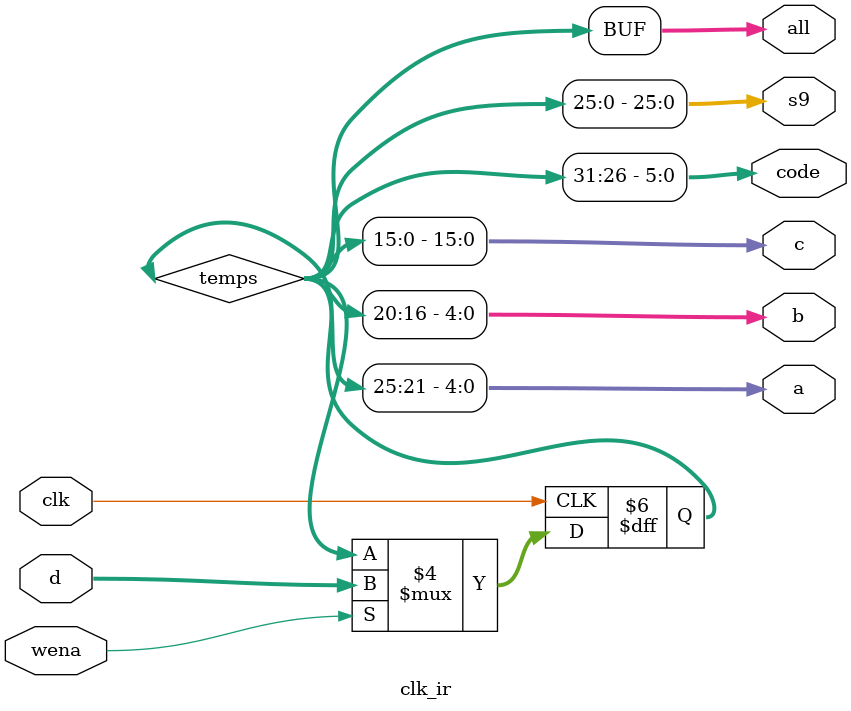
<source format=v>
module clk_ir(input [31:0]d,input clk,input wena,output [4:0]a,output[4:0]b,output[15:0] c ,output [5:0]code,output [25:0]s9,output [31:0]all);


reg [31:0]temps;
always @(posedge clk)
begin 
if(wena)
temps=d;
end

initial
temps=32'b0;

assign a[4:0]=temps[25:21];
assign b[4:0]=temps[20:16];
assign c[15:0]=temps[15:0];
assign code[5:0]=temps[31:26];
assign s9[25:0]=temps[25:0];
assign all=temps;
endmodule
</source>
